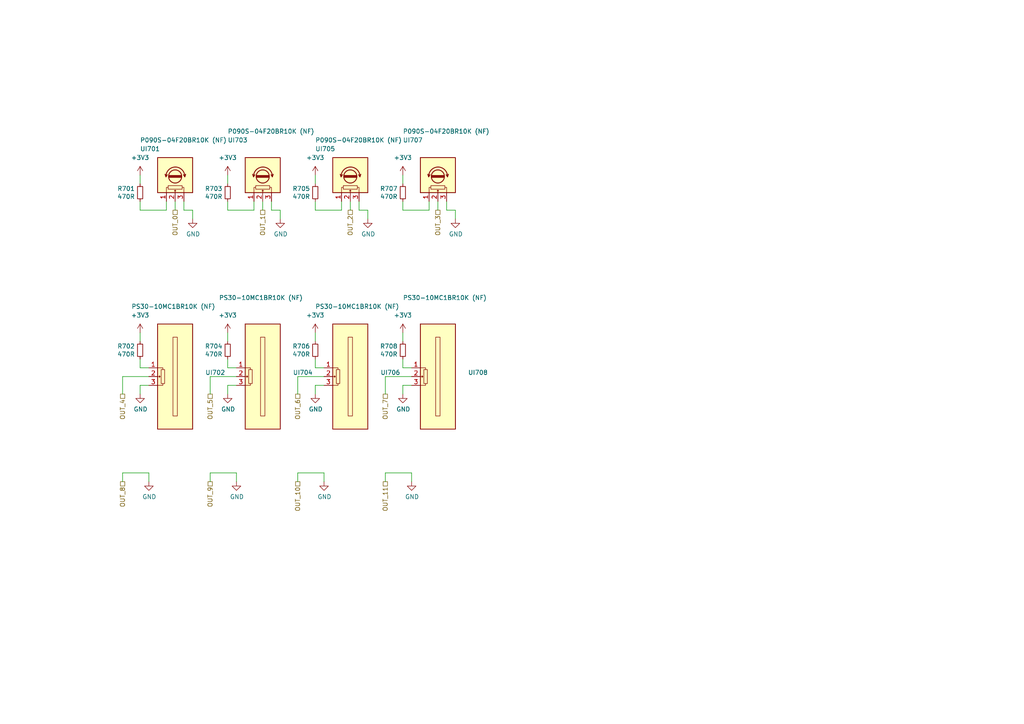
<source format=kicad_sch>
(kicad_sch (version 20211123) (generator eeschema)
  (paper "A4")
  (lib_symbols
    (symbol "power:+3V3" (power) (pin_names (offset 0))
      (property "Value" "+3V3" (at 0 3.556 0))
      (symbol "+3V3_0_1"
        (polyline (pts (xy -0.762 1.27) (xy 0 2.54)))
        (polyline (pts (xy 0 0) (xy 0 2.54)))
        (polyline (pts (xy 0 2.54) (xy 0.762 1.27)))
      )
      (symbol "+3V3_1_1"
        (pin power_in line (at 0 0 90) (length 0) hide (name "+3V3") (number "1"))
      )
    )
    (symbol "power:GND" (power) (pin_names (offset 0))
      (property "Value" "GND" (at 0 -3.81 0))
      (symbol "GND_0_1"
        (polyline (pts (xy 0 0) (xy 0 -1.27) (xy 1.27 -1.27) (xy 0 -2.54) (xy -1.27 -1.27) (xy 0 -1.27)))
      )
      (symbol "GND_1_1"
        (pin power_in line (at 0 0 270) (length 0) hide (name "GND") (number "1"))
      )
    )
    (symbol "suku_basics:RES" (pin_numbers hide) (pin_names (offset 0.254) hide)
      (property "Reference" "R" (at 0.762 0.508 0))
      (property "Value" "RES" (at 0.762 -1.016 0))
      (symbol "RES_1_1"
        (rectangle (start -0.762 1.778) (end 0.762 -1.778) (stroke (width 0.2032)))
        (pin passive line (at 0 2.54 270) (length 0.762) (name "~") (number "1"))
        (pin passive line (at 0 -2.54 90) (length 0.762) (name "~") (number "2"))
      )
    )
    (symbol "suku_basics:UI_Fader" (pin_names (offset 0.254) hide)
      (property "Reference" "UI" (at 0 16.764 0))
      (property "Value" "UI_Fader" (at 0 -16.764 0))
      (symbol "UI_Fader_0_1"
        (rectangle (start -5.08 15.24) (end 5.08 -15.24) (stroke (width 0.254)) (fill (type background)))
        (rectangle (start -4.064 2.032) (end -3.048 -2.032))
        (rectangle (start -0.635 11.43) (end 0.635 -11.43))
        (polyline (pts (xy -5.08 -2.54) (xy -3.81 -2.54) (xy -3.556 -2.54) (xy -3.556 -2.032)))
        (polyline (pts (xy -5.08 2.54) (xy -3.81 2.54) (xy -3.556 2.54) (xy -3.556 2.032)))
        (polyline (pts (xy -5.08 0) (xy -4.318 0) (xy -4.572 0.254) (xy -4.572 -0.254) (xy -4.318 0)))
      )
      (symbol "UI_Fader_1_1"
        (pin passive line (at -7.62 2.54 0) (length 2.54) (name "1") (number "1"))
        (pin passive line (at -7.62 0 0) (length 2.54) (name "2") (number "2"))
        (pin passive line (at -7.62 -2.54 0) (length 2.54) (name "3") (number "3"))
        (pin no_connect line (at -7.62 12.7 0) (length 2.54) hide (name "4") (number "4"))
        (pin no_connect line (at 7.62 12.7 180) (length 2.54) hide (name "5") (number "5"))
        (pin no_connect line (at -7.62 -12.7 0) (length 2.54) hide (name "6") (number "6"))
        (pin no_connect line (at 7.62 -12.7 180) (length 2.54) hide (name "7") (number "7"))
      )
    )
    (symbol "suku_basics:UI_Potentiometer" (pin_names (offset 0.254) hide)
      (property "Reference" "UI" (at 0 11.684 0))
      (property "Value" "UI_Potentiometer" (at 0 -12.7 0))
      (symbol "UI_Potentiometer_0_1"
        (rectangle (start -5.08 5.08) (end 5.08 -5.08) (stroke (width 0.254)) (fill (type background)))
        (rectangle (start -4.064 2.032) (end -3.048 -2.032))
        (arc (start -0.381 -2.794) (mid 2.3622 -0.0508) (end -0.381 2.667) (stroke (width 0.254)))
        (circle (center -0.381 0) (radius 1.905) (stroke (width 0.254)))
        (polyline (pts (xy -0.635 -1.778) (xy -0.635 1.778)) (stroke (width 0.254)))
        (polyline (pts (xy -0.381 -1.778) (xy -0.381 1.778)) (stroke (width 0.254)))
        (polyline (pts (xy -0.127 1.778) (xy -0.127 -1.778)) (stroke (width 0.254)))
        (polyline (pts (xy 0.254 -3.048) (xy -0.508 -2.794) (xy 0.127 -2.413)) (stroke (width 0.254)))
        (polyline (pts (xy 0.254 2.921) (xy -0.508 2.667) (xy 0.127 2.286)) (stroke (width 0.254)))
        (polyline (pts (xy -5.08 -2.54) (xy -3.81 -2.54) (xy -3.556 -2.54) (xy -3.556 -2.032)))
        (polyline (pts (xy -5.08 2.54) (xy -3.81 2.54) (xy -3.556 2.54) (xy -3.556 2.032)))
        (polyline (pts (xy -5.08 0) (xy -4.318 0) (xy -4.572 0.254) (xy -4.572 -0.254) (xy -4.318 0)))
      )
      (symbol "UI_Potentiometer_1_1"
        (pin passive line (at -7.62 2.54 0) (length 2.54) (name "1") (number "1"))
        (pin passive line (at -7.62 0 0) (length 2.54) (name "2") (number "2"))
        (pin passive line (at -7.62 -2.54 0) (length 2.54) (name "3") (number "3"))
        (pin no_connect line (at 0 7.62 270) (length 2.54) hide (name "4") (number "4"))
        (pin no_connect line (at 0 -7.62 90) (length 2.54) hide (name "5") (number "5"))
      )
    )
  )
  (wire (pts (xy 91.44 50.8) (xy 91.44 53.34)))
  (wire (pts (xy 53.34 60.96) (xy 53.34 58.42)))
  (wire (pts (xy 66.04 104.14) (xy 66.04 106.68)))
  (wire (pts (xy 66.04 60.96) (xy 73.66 60.96)))
  (wire (pts (xy 116.84 60.96) (xy 124.46 60.96)))
  (wire (pts (xy 91.44 104.14) (xy 91.44 106.68)))
  (wire (pts (xy 93.98 137.16) (xy 93.98 139.7)))
  (wire (pts (xy 124.46 60.96) (xy 124.46 58.42)))
  (wire (pts (xy 86.36 114.3) (xy 86.36 109.22)))
  (wire (pts (xy 132.08 60.96) (xy 129.54 60.96)))
  (wire (pts (xy 86.36 137.16) (xy 93.98 137.16)))
  (wire (pts (xy 60.96 109.22) (xy 68.58 109.22)))
  (wire (pts (xy 43.18 111.76) (xy 40.64 111.76)))
  (wire (pts (xy 60.96 139.7) (xy 60.96 137.16)))
  (wire (pts (xy 55.88 63.5) (xy 55.88 60.96)))
  (wire (pts (xy 66.04 106.68) (xy 68.58 106.68)))
  (wire (pts (xy 127 60.96) (xy 127 58.42)))
  (wire (pts (xy 35.56 137.16) (xy 43.18 137.16)))
  (wire (pts (xy 93.98 111.76) (xy 91.44 111.76)))
  (wire (pts (xy 66.04 96.52) (xy 66.04 99.06)))
  (wire (pts (xy 119.38 137.16) (xy 119.38 139.7)))
  (wire (pts (xy 66.04 50.8) (xy 66.04 53.34)))
  (wire (pts (xy 60.96 137.16) (xy 68.58 137.16)))
  (wire (pts (xy 35.56 139.7) (xy 35.56 137.16)))
  (wire (pts (xy 68.58 137.16) (xy 68.58 139.7)))
  (wire (pts (xy 91.44 58.42) (xy 91.44 60.96)))
  (wire (pts (xy 86.36 109.22) (xy 93.98 109.22)))
  (wire (pts (xy 86.36 139.7) (xy 86.36 137.16)))
  (wire (pts (xy 111.76 114.3) (xy 111.76 109.22)))
  (wire (pts (xy 40.64 50.8) (xy 40.64 53.34)))
  (wire (pts (xy 76.2 60.96) (xy 76.2 58.42)))
  (wire (pts (xy 66.04 58.42) (xy 66.04 60.96)))
  (wire (pts (xy 101.6 60.96) (xy 101.6 58.42)))
  (wire (pts (xy 40.64 60.96) (xy 48.26 60.96)))
  (wire (pts (xy 73.66 60.96) (xy 73.66 58.42)))
  (wire (pts (xy 111.76 139.7) (xy 111.76 137.16)))
  (wire (pts (xy 99.06 60.96) (xy 99.06 58.42)))
  (wire (pts (xy 104.14 60.96) (xy 104.14 58.42)))
  (wire (pts (xy 35.56 109.22) (xy 43.18 109.22)))
  (wire (pts (xy 91.44 60.96) (xy 99.06 60.96)))
  (wire (pts (xy 68.58 111.76) (xy 66.04 111.76)))
  (wire (pts (xy 129.54 60.96) (xy 129.54 58.42)))
  (wire (pts (xy 116.84 96.52) (xy 116.84 99.06)))
  (wire (pts (xy 81.28 63.5) (xy 81.28 60.96)))
  (wire (pts (xy 132.08 63.5) (xy 132.08 60.96)))
  (wire (pts (xy 40.64 96.52) (xy 40.64 99.06)))
  (wire (pts (xy 50.8 60.96) (xy 50.8 58.42)))
  (wire (pts (xy 111.76 137.16) (xy 119.38 137.16)))
  (wire (pts (xy 116.84 104.14) (xy 116.84 106.68)))
  (wire (pts (xy 116.84 111.76) (xy 116.84 114.3)))
  (wire (pts (xy 40.64 106.68) (xy 43.18 106.68)))
  (wire (pts (xy 55.88 60.96) (xy 53.34 60.96)))
  (wire (pts (xy 106.68 63.5) (xy 106.68 60.96)))
  (wire (pts (xy 116.84 58.42) (xy 116.84 60.96)))
  (wire (pts (xy 116.84 106.68) (xy 119.38 106.68)))
  (wire (pts (xy 78.74 60.96) (xy 78.74 58.42)))
  (wire (pts (xy 43.18 137.16) (xy 43.18 139.7)))
  (wire (pts (xy 119.38 111.76) (xy 116.84 111.76)))
  (wire (pts (xy 111.76 109.22) (xy 119.38 109.22)))
  (wire (pts (xy 40.64 111.76) (xy 40.64 114.3)))
  (wire (pts (xy 60.96 114.3) (xy 60.96 109.22)))
  (wire (pts (xy 91.44 96.52) (xy 91.44 99.06)))
  (wire (pts (xy 48.26 60.96) (xy 48.26 58.42)))
  (wire (pts (xy 81.28 60.96) (xy 78.74 60.96)))
  (wire (pts (xy 35.56 114.3) (xy 35.56 109.22)))
  (wire (pts (xy 40.64 104.14) (xy 40.64 106.68)))
  (wire (pts (xy 106.68 60.96) (xy 104.14 60.96)))
  (wire (pts (xy 40.64 58.42) (xy 40.64 60.96)))
  (wire (pts (xy 91.44 111.76) (xy 91.44 114.3)))
  (wire (pts (xy 66.04 111.76) (xy 66.04 114.3)))
  (wire (pts (xy 116.84 50.8) (xy 116.84 53.34)))
  (wire (pts (xy 91.44 106.68) (xy 93.98 106.68)))
  (hierarchical_label "OUT_7" (shape passive) (at 111.76 114.3 270))
  (hierarchical_label "OUT_8" (shape passive) (at 35.56 139.7 270))
  (hierarchical_label "OUT_3" (shape passive) (at 127 60.96 270))
  (hierarchical_label "OUT_2" (shape passive) (at 101.6 60.96 270))
  (hierarchical_label "OUT_1" (shape passive) (at 76.2 60.96 270))
  (hierarchical_label "OUT_10" (shape passive) (at 86.36 139.7 270))
  (hierarchical_label "OUT_4" (shape passive) (at 35.56 114.3 270))
  (hierarchical_label "OUT_11" (shape passive) (at 111.76 139.7 270))
  (hierarchical_label "OUT_5" (shape passive) (at 60.96 114.3 270))
  (hierarchical_label "OUT_6" (shape passive) (at 86.36 114.3 270))
  (hierarchical_label "OUT_0" (shape passive) (at 50.8 60.96 270))
  (hierarchical_label "OUT_9" (shape passive) (at 60.96 139.7 270))
  (symbol (lib_id "suku_basics:UI_Potentiometer") (at 50.8 50.8 90) (unit 1)
    (property "Reference" "UI701" (at 40.64 43.18 90) (effects (justify right)))
    (property "Value" "P090S-04F20BR10K (NF)" (at 40.64 40.64 90) (effects (justify right)))
    (property "Footprint" "suku_basics:UI_POT_TT" (effects hide))
  )
  (symbol (lib_id "suku_basics:UI_Potentiometer") (at 76.2 50.8 90) (unit 1)
    (property "Reference" "UI703" (at 66.04 40.64 90) (effects (justify right)))
    (property "Value" "P090S-04F20BR10K (NF)" (at 66.04 38.1 90) (effects (justify right)))
    (property "Footprint" "suku_basics:UI_POT_TT" (effects hide))
  )
  (symbol (lib_id "suku_basics:UI_Potentiometer") (at 101.6 50.8 90) (unit 1)
    (property "Reference" "UI705" (at 91.44 43.18 90) (effects (justify right)))
    (property "Value" "P090S-04F20BR10K (NF)" (at 91.44 40.64 90) (effects (justify right)))
    (property "Footprint" "suku_basics:UI_POT_TT" (effects hide))
  )
  (symbol (lib_id "suku_basics:UI_Potentiometer") (at 127 50.8 90) (unit 1)
    (property "Reference" "UI707" (at 116.84 40.64 90) (effects (justify right)))
    (property "Value" "P090S-04F20BR10K (NF)" (at 116.84 38.1 90) (effects (justify right)))
    (property "Footprint" "suku_basics:UI_POT_TT" (effects hide))
  )
  (symbol (lib_id "suku_basics:UI_Fader") (at 50.8 109.22 0) (unit 1)
    (property "Reference" "UI702" (at 59.5376 108.0516 0) (effects (justify left)))
    (property "Value" "PS30-10MC1BR10K (NF)" (at 38.1 88.9 0) (effects (justify left)))
    (property "Footprint" "suku_basics:UI_FADER_TT" (effects hide))
  )
  (symbol (lib_id "power:GND") (at 40.64 114.3 0) (unit 1)
    (property "Reference" "#PWR0703" (effects hide))
    (property "Value" "GND" (at 40.767 118.6942 0))
  )
  (symbol (lib_id "suku_basics:UI_Fader") (at 76.2 109.22 0) (unit 1)
    (property "Reference" "UI704" (at 84.9376 108.0516 0) (effects (justify left)))
    (property "Value" "PS30-10MC1BR10K (NF)" (at 63.5 86.36 0) (effects (justify left)))
    (property "Footprint" "suku_basics:UI_FADER_TT" (effects hide))
  )
  (symbol (lib_id "power:GND") (at 66.04 114.3 0) (unit 1)
    (property "Reference" "#PWR0708" (effects hide))
    (property "Value" "GND" (at 66.167 118.6942 0))
  )
  (symbol (lib_id "suku_basics:UI_Fader") (at 101.6 109.22 0) (unit 1)
    (property "Reference" "UI706" (at 110.3376 108.0516 0) (effects (justify left)))
    (property "Value" "PS30-10MC1BR10K (NF)" (at 91.44 88.9 0) (effects (justify left)))
    (property "Footprint" "suku_basics:UI_FADER_TT" (effects hide))
  )
  (symbol (lib_id "power:GND") (at 91.44 114.3 0) (unit 1)
    (property "Reference" "#PWR0713" (effects hide))
    (property "Value" "GND" (at 91.567 118.6942 0))
  )
  (symbol (lib_id "suku_basics:UI_Fader") (at 127 109.22 0) (unit 1)
    (property "Reference" "UI708" (at 135.7376 108.0516 0) (effects (justify left)))
    (property "Value" "PS30-10MC1BR10K (NF)" (at 116.84 86.36 0) (effects (justify left)))
    (property "Footprint" "suku_basics:UI_FADER_TT" (effects hide))
  )
  (symbol (lib_id "power:GND") (at 116.84 114.3 0) (unit 1)
    (property "Reference" "#PWR0718" (effects hide))
    (property "Value" "GND" (at 116.967 118.6942 0))
  )
  (symbol (lib_id "power:GND") (at 55.88 63.5 0) (unit 1)
    (property "Reference" "#PWR0705" (effects hide))
    (property "Value" "GND" (at 56.007 67.8942 0))
  )
  (symbol (lib_id "power:GND") (at 81.28 63.5 0) (unit 1)
    (property "Reference" "#PWR0710" (effects hide))
    (property "Value" "GND" (at 81.407 67.8942 0))
  )
  (symbol (lib_id "power:GND") (at 106.68 63.5 0) (unit 1)
    (property "Reference" "#PWR0715" (effects hide))
    (property "Value" "GND" (at 106.807 67.8942 0))
  )
  (symbol (lib_id "power:GND") (at 132.08 63.5 0) (unit 1)
    (property "Reference" "#PWR0720" (effects hide))
    (property "Value" "GND" (at 132.207 67.8942 0))
  )
  (symbol (lib_id "power:GND") (at 43.18 139.7 0) (unit 1)
    (property "Reference" "#PWR0704" (effects hide))
    (property "Value" "GND" (at 43.307 144.0942 0))
  )
  (symbol (lib_id "power:GND") (at 68.58 139.7 0) (unit 1)
    (property "Reference" "#PWR0709" (effects hide))
    (property "Value" "GND" (at 68.707 144.0942 0))
  )
  (symbol (lib_id "power:GND") (at 93.98 139.7 0) (unit 1)
    (property "Reference" "#PWR0714" (effects hide))
    (property "Value" "GND" (at 94.107 144.0942 0))
  )
  (symbol (lib_id "power:GND") (at 119.38 139.7 0) (unit 1)
    (property "Reference" "#PWR0719" (effects hide))
    (property "Value" "GND" (at 119.507 144.0942 0))
  )
  (symbol (lib_id "suku_basics:RES") (at 91.44 55.88 0) (mirror y) (unit 1)
    (property "Reference" "R705" (at 89.9414 54.7116 0) (effects (justify left)))
    (property "Value" "470R" (at 89.9414 57.023 0) (effects (justify left)))
    (property "Footprint" "suku_basics:RES_0402" (effects hide))
  )
  (symbol (lib_id "power:+3V3") (at 116.84 50.8 0) (unit 1)
    (property "Reference" "#PWR0716" (effects hide))
    (property "Value" "+3V3" (at 116.84 45.72 0))
  )
  (symbol (lib_id "suku_basics:RES") (at 40.64 101.6 0) (mirror y) (unit 1)
    (property "Reference" "R702" (at 39.1414 100.4316 0) (effects (justify left)))
    (property "Value" "470R" (at 39.1414 102.743 0) (effects (justify left)))
    (property "Footprint" "suku_basics:RES_0402" (effects hide))
  )
  (symbol (lib_id "suku_basics:RES") (at 66.04 55.88 0) (mirror y) (unit 1)
    (property "Reference" "R703" (at 64.5414 54.7116 0) (effects (justify left)))
    (property "Value" "470R" (at 64.5414 57.023 0) (effects (justify left)))
    (property "Footprint" "suku_basics:RES_0402" (effects hide))
  )
  (symbol (lib_id "power:+3V3") (at 91.44 96.52 0) (unit 1)
    (property "Reference" "#PWR0712" (effects hide))
    (property "Value" "+3V3" (at 91.44 91.44 0))
  )
  (symbol (lib_id "power:+3V3") (at 66.04 96.52 0) (unit 1)
    (property "Reference" "#PWR0707" (effects hide))
    (property "Value" "+3V3" (at 66.04 91.44 0))
  )
  (symbol (lib_id "power:+3V3") (at 40.64 96.52 0) (unit 1)
    (property "Reference" "#PWR0702" (effects hide))
    (property "Value" "+3V3" (at 40.64 91.44 0))
  )
  (symbol (lib_id "power:+3V3") (at 91.44 50.8 0) (unit 1)
    (property "Reference" "#PWR0711" (effects hide))
    (property "Value" "+3V3" (at 91.44 45.72 0))
  )
  (symbol (lib_id "suku_basics:RES") (at 91.44 101.6 0) (mirror y) (unit 1)
    (property "Reference" "R706" (at 89.9414 100.4316 0) (effects (justify left)))
    (property "Value" "470R" (at 89.9414 102.743 0) (effects (justify left)))
    (property "Footprint" "suku_basics:RES_0402" (effects hide))
  )
  (symbol (lib_id "suku_basics:RES") (at 116.84 55.88 0) (mirror y) (unit 1)
    (property "Reference" "R707" (at 115.3414 54.7116 0) (effects (justify left)))
    (property "Value" "470R" (at 115.3414 57.023 0) (effects (justify left)))
    (property "Footprint" "suku_basics:RES_0402" (effects hide))
  )
  (symbol (lib_id "suku_basics:RES") (at 40.64 55.88 0) (mirror y) (unit 1)
    (property "Reference" "R701" (at 39.1414 54.7116 0) (effects (justify left)))
    (property "Value" "470R" (at 39.1414 57.023 0) (effects (justify left)))
    (property "Footprint" "suku_basics:RES_0402" (effects hide))
  )
  (symbol (lib_id "power:+3V3") (at 116.84 96.52 0) (unit 1)
    (property "Reference" "#PWR0717" (effects hide))
    (property "Value" "+3V3" (at 116.84 91.44 0))
  )
  (symbol (lib_id "power:+3V3") (at 66.04 50.8 0) (unit 1)
    (property "Reference" "#PWR0706" (effects hide))
    (property "Value" "+3V3" (at 66.04 45.72 0))
  )
  (symbol (lib_id "suku_basics:RES") (at 116.84 101.6 0) (mirror y) (unit 1)
    (property "Reference" "R708" (at 115.3414 100.4316 0) (effects (justify left)))
    (property "Value" "470R" (at 115.3414 102.743 0) (effects (justify left)))
    (property "Footprint" "suku_basics:RES_0402" (effects hide))
  )
  (symbol (lib_id "power:+3V3") (at 40.64 50.8 0) (unit 1)
    (property "Reference" "#PWR0701" (effects hide))
    (property "Value" "+3V3" (at 40.64 45.72 0))
  )
  (symbol (lib_id "suku_basics:RES") (at 66.04 101.6 0) (mirror y) (unit 1)
    (property "Reference" "R704" (at 64.5414 100.4316 0) (effects (justify left)))
    (property "Value" "470R" (at 64.5414 102.743 0) (effects (justify left)))
    (property "Footprint" "suku_basics:RES_0402" (effects hide))
  )
)
</source>
